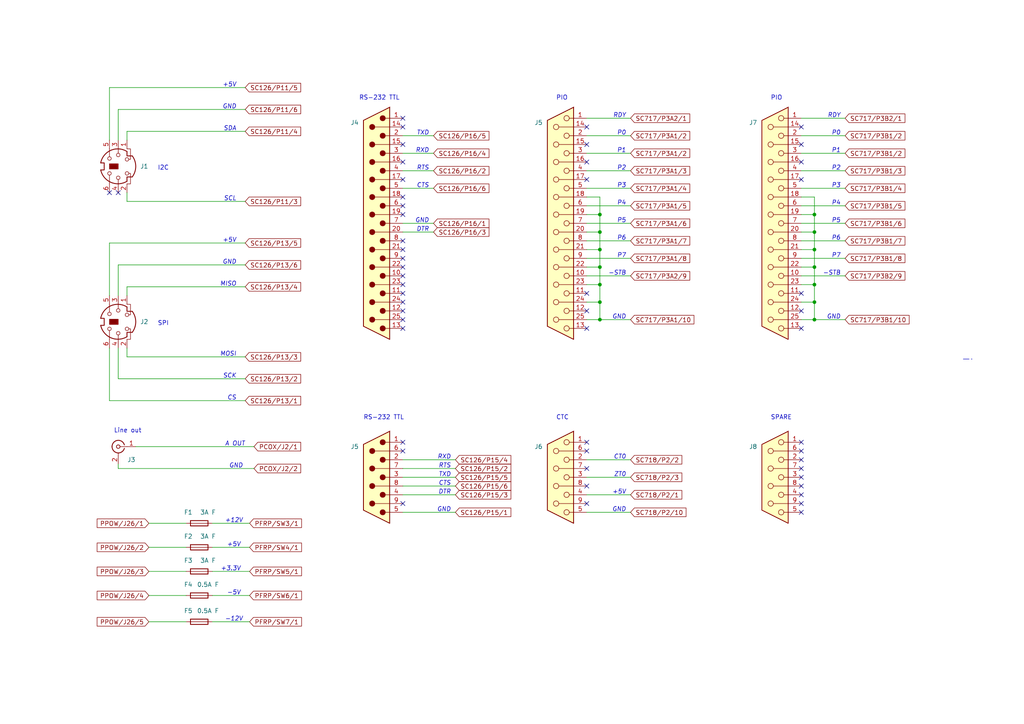
<source format=kicad_sch>
(kicad_sch (version 20211123) (generator eeschema)
  (paper "A4")
  (title_block (title "Back panel") (date "2025-11-15") (rev "1.0") (company "Pozsar Zsolt") (comment 1 "Zacchaeus Microcomputer"))
  (lib_symbols
    (symbol "Connector:Conn_Coaxial" (pin_names (offset 1.016) hide)
      (property "Reference" "J" (at 0.254 3.048 0))
      (property "Value" "Conn_Coaxial" (at 2.921 0 90))
      (symbol "Conn_Coaxial_0_1"
        (arc (start -1.778 -0.508) (mid 0.2311 -1.8066) (end 1.778 0) (stroke (width 0.254)))
        (polyline (pts (xy -2.54 0) (xy -0.508 0)))
        (polyline (pts (xy 0 -2.54) (xy 0 -1.778)))
        (circle (center 0 0) (radius 0.508) (stroke (width 0.2032)))
        (arc (start 1.778 0) (mid 0.2099 1.8101) (end -1.778 0.508) (stroke (width 0.254)))
      )
      (symbol "Conn_Coaxial_1_1"
        (pin passive line (at -5.08 0 0) (length 2.54) (name "In") (number "1"))
        (pin passive line (at 0 -5.08 90) (length 2.54) (name "Ext") (number "2"))
      )
    )
    (symbol "Connector:DB25_Female" (pin_names (offset 1.016) hide)
      (property "Reference" "J" (at 0 34.29 0))
      (property "Value" "DB25_Female" (at 0 -34.925 0))
      (symbol "DB25_Female_0_1"
        (circle (center -1.778 -30.48) (radius 0.762))
        (circle (center -1.778 -25.4) (radius 0.762))
        (circle (center -1.778 -20.32) (radius 0.762))
        (circle (center -1.778 -15.24) (radius 0.762))
        (circle (center -1.778 -10.16) (radius 0.762))
        (circle (center -1.778 -5.08) (radius 0.762))
        (circle (center -1.778 0) (radius 0.762))
        (circle (center -1.778 5.08) (radius 0.762))
        (circle (center -1.778 10.16) (radius 0.762))
        (circle (center -1.778 15.24) (radius 0.762))
        (circle (center -1.778 20.32) (radius 0.762))
        (circle (center -1.778 25.4) (radius 0.762))
        (circle (center -1.778 30.48) (radius 0.762))
        (polyline (pts (xy -3.81 -30.48) (xy -2.54 -30.48)))
        (polyline (pts (xy -3.81 -27.94) (xy 0.508 -27.94)))
        (polyline (pts (xy -3.81 -25.4) (xy -2.54 -25.4)))
        (polyline (pts (xy -3.81 -22.86) (xy 0.508 -22.86)))
        (polyline (pts (xy -3.81 -20.32) (xy -2.54 -20.32)))
        (polyline (pts (xy -3.81 -17.78) (xy 0.508 -17.78)))
        (polyline (pts (xy -3.81 -15.24) (xy -2.54 -15.24)))
        (polyline (pts (xy -3.81 -12.7) (xy 0.508 -12.7)))
        (polyline (pts (xy -3.81 -10.16) (xy -2.54 -10.16)))
        (polyline (pts (xy -3.81 -7.62) (xy 0.508 -7.62)))
        (polyline (pts (xy -3.81 -5.08) (xy -2.54 -5.08)))
        (polyline (pts (xy -3.81 -2.54) (xy 0.508 -2.54)))
        (polyline (pts (xy -3.81 0) (xy -2.54 0)))
        (polyline (pts (xy -3.81 2.54) (xy 0.508 2.54)))
        (polyline (pts (xy -3.81 5.08) (xy -2.54 5.08)))
        (polyline (pts (xy -3.81 7.62) (xy 0.508 7.62)))
        (polyline (pts (xy -3.81 10.16) (xy -2.54 10.16)))
        (polyline (pts (xy -3.81 12.7) (xy 0.508 12.7)))
        (polyline (pts (xy -3.81 15.24) (xy -2.54 15.24)))
        (polyline (pts (xy -3.81 17.78) (xy 0.508 17.78)))
        (polyline (pts (xy -3.81 20.32) (xy -2.54 20.32)))
        (polyline (pts (xy -3.81 22.86) (xy 0.508 22.86)))
        (polyline (pts (xy -3.81 25.4) (xy -2.54 25.4)))
        (polyline (pts (xy -3.81 27.94) (xy 0.508 27.94)))
        (polyline (pts (xy -3.81 30.48) (xy -2.54 30.48)))
        (polyline (pts (xy -3.81 33.655) (xy 3.81 29.845) (xy 3.81 -29.845) (xy -3.81 -33.655) (xy -3.81 33.655)) (stroke (width 0.254)) (fill (type background)))
        (circle (center 1.27 -27.94) (radius 0.762))
        (circle (center 1.27 -22.86) (radius 0.762))
        (circle (center 1.27 -17.78) (radius 0.762))
        (circle (center 1.27 -12.7) (radius 0.762))
        (circle (center 1.27 -7.62) (radius 0.762))
        (circle (center 1.27 -2.54) (radius 0.762))
        (circle (center 1.27 2.54) (radius 0.762))
        (circle (center 1.27 7.62) (radius 0.762))
        (circle (center 1.27 12.7) (radius 0.762))
        (circle (center 1.27 17.78) (radius 0.762))
        (circle (center 1.27 22.86) (radius 0.762))
        (circle (center 1.27 27.94) (radius 0.762))
      )
      (symbol "DB25_Female_1_1"
        (pin passive line (at -7.62 30.48 0) (length 3.81) (name "1") (number "1"))
        (pin passive line (at -7.62 -15.24 0) (length 3.81) (name "10") (number "10"))
        (pin passive line (at -7.62 -20.32 0) (length 3.81) (name "11") (number "11"))
        (pin passive line (at -7.62 -25.4 0) (length 3.81) (name "12") (number "12"))
        (pin passive line (at -7.62 -30.48 0) (length 3.81) (name "13") (number "13"))
        (pin passive line (at -7.62 27.94 0) (length 3.81) (name "P14") (number "14"))
        (pin passive line (at -7.62 22.86 0) (length 3.81) (name "P15") (number "15"))
        (pin passive line (at -7.62 17.78 0) (length 3.81) (name "P16") (number "16"))
        (pin passive line (at -7.62 12.7 0) (length 3.81) (name "P17") (number "17"))
        (pin passive line (at -7.62 7.62 0) (length 3.81) (name "P18") (number "18"))
        (pin passive line (at -7.62 2.54 0) (length 3.81) (name "P19") (number "19"))
        (pin passive line (at -7.62 25.4 0) (length 3.81) (name "2") (number "2"))
        (pin passive line (at -7.62 -2.54 0) (length 3.81) (name "P20") (number "20"))
        (pin passive line (at -7.62 -7.62 0) (length 3.81) (name "P21") (number "21"))
        (pin passive line (at -7.62 -12.7 0) (length 3.81) (name "P22") (number "22"))
        (pin passive line (at -7.62 -17.78 0) (length 3.81) (name "P23") (number "23"))
        (pin passive line (at -7.62 -22.86 0) (length 3.81) (name "P24") (number "24"))
        (pin passive line (at -7.62 -27.94 0) (length 3.81) (name "P25") (number "25"))
        (pin passive line (at -7.62 20.32 0) (length 3.81) (name "3") (number "3"))
        (pin passive line (at -7.62 15.24 0) (length 3.81) (name "4") (number "4"))
        (pin passive line (at -7.62 10.16 0) (length 3.81) (name "5") (number "5"))
        (pin passive line (at -7.62 5.08 0) (length 3.81) (name "6") (number "6"))
        (pin passive line (at -7.62 0 0) (length 3.81) (name "7") (number "7"))
        (pin passive line (at -7.62 -5.08 0) (length 3.81) (name "8") (number "8"))
        (pin passive line (at -7.62 -10.16 0) (length 3.81) (name "9") (number "9"))
      )
    )
    (symbol "Connector:DB25_Male" (pin_names (offset 1.016) hide)
      (property "Reference" "J" (at 0 34.29 0))
      (property "Value" "DB25_Male" (at 0 -34.925 0))
      (symbol "DB25_Male_0_1"
        (circle (center -1.778 -30.48) (radius 0.762) (fill (type outline)))
        (circle (center -1.778 -25.4) (radius 0.762) (fill (type outline)))
        (circle (center -1.778 -20.32) (radius 0.762) (fill (type outline)))
        (circle (center -1.778 -15.24) (radius 0.762) (fill (type outline)))
        (circle (center -1.778 -10.16) (radius 0.762) (fill (type outline)))
        (circle (center -1.778 -5.08) (radius 0.762) (fill (type outline)))
        (circle (center -1.778 0) (radius 0.762) (fill (type outline)))
        (circle (center -1.778 5.08) (radius 0.762) (fill (type outline)))
        (circle (center -1.778 10.16) (radius 0.762) (fill (type outline)))
        (circle (center -1.778 15.24) (radius 0.762) (fill (type outline)))
        (circle (center -1.778 20.32) (radius 0.762) (fill (type outline)))
        (circle (center -1.778 25.4) (radius 0.762) (fill (type outline)))
        (circle (center -1.778 30.48) (radius 0.762) (fill (type outline)))
        (polyline (pts (xy -3.81 -30.48) (xy -2.54 -30.48)))
        (polyline (pts (xy -3.81 -27.94) (xy 0.508 -27.94)))
        (polyline (pts (xy -3.81 -25.4) (xy -2.54 -25.4)))
        (polyline (pts (xy -3.81 -22.86) (xy 0.508 -22.86)))
        (polyline (pts (xy -3.81 -20.32) (xy -2.54 -20.32)))
        (polyline (pts (xy -3.81 -17.78) (xy 0.508 -17.78)))
        (polyline (pts (xy -3.81 -15.24) (xy -2.54 -15.24)))
        (polyline (pts (xy -3.81 -12.7) (xy 0.508 -12.7)))
        (polyline (pts (xy -3.81 -10.16) (xy -2.54 -10.16)))
        (polyline (pts (xy -3.81 -7.62) (xy 0.508 -7.62)))
        (polyline (pts (xy -3.81 -5.08) (xy -2.54 -5.08)))
        (polyline (pts (xy -3.81 -2.54) (xy 0.508 -2.54)))
        (polyline (pts (xy -3.81 0) (xy -2.54 0)))
        (polyline (pts (xy -3.81 2.54) (xy 0.508 2.54)))
        (polyline (pts (xy -3.81 5.08) (xy -2.54 5.08)))
        (polyline (pts (xy -3.81 7.62) (xy 0.508 7.62)))
        (polyline (pts (xy -3.81 10.16) (xy -2.54 10.16)))
        (polyline (pts (xy -3.81 12.7) (xy 0.508 12.7)))
        (polyline (pts (xy -3.81 15.24) (xy -2.54 15.24)))
        (polyline (pts (xy -3.81 17.78) (xy 0.508 17.78)))
        (polyline (pts (xy -3.81 20.32) (xy -2.54 20.32)))
        (polyline (pts (xy -3.81 22.86) (xy 0.508 22.86)))
        (polyline (pts (xy -3.81 25.4) (xy -2.54 25.4)))
        (polyline (pts (xy -3.81 27.94) (xy 0.508 27.94)))
        (polyline (pts (xy -3.81 30.48) (xy -2.54 30.48)))
        (polyline (pts (xy -3.81 -33.655) (xy 3.81 -29.845) (xy 3.81 29.845) (xy -3.81 33.655) (xy -3.81 -33.655)) (stroke (width 0.254)) (fill (type background)))
        (circle (center 1.27 -27.94) (radius 0.762) (fill (type outline)))
        (circle (center 1.27 -22.86) (radius 0.762) (fill (type outline)))
        (circle (center 1.27 -17.78) (radius 0.762) (fill (type outline)))
        (circle (center 1.27 -12.7) (radius 0.762) (fill (type outline)))
        (circle (center 1.27 -7.62) (radius 0.762) (fill (type outline)))
        (circle (center 1.27 -2.54) (radius 0.762) (fill (type outline)))
        (circle (center 1.27 2.54) (radius 0.762) (fill (type outline)))
        (circle (center 1.27 7.62) (radius 0.762) (fill (type outline)))
        (circle (center 1.27 12.7) (radius 0.762) (fill (type outline)))
        (circle (center 1.27 17.78) (radius 0.762) (fill (type outline)))
        (circle (center 1.27 22.86) (radius 0.762) (fill (type outline)))
        (circle (center 1.27 27.94) (radius 0.762) (fill (type outline)))
      )
      (symbol "DB25_Male_1_1"
        (pin passive line (at -7.62 -30.48 0) (length 3.81) (name "1") (number "1"))
        (pin passive line (at -7.62 15.24 0) (length 3.81) (name "10") (number "10"))
        (pin passive line (at -7.62 20.32 0) (length 3.81) (name "11") (number "11"))
        (pin passive line (at -7.62 25.4 0) (length 3.81) (name "12") (number "12"))
        (pin passive line (at -7.62 30.48 0) (length 3.81) (name "13") (number "13"))
        (pin passive line (at -7.62 -27.94 0) (length 3.81) (name "P14") (number "14"))
        (pin passive line (at -7.62 -22.86 0) (length 3.81) (name "P15") (number "15"))
        (pin passive line (at -7.62 -17.78 0) (length 3.81) (name "P16") (number "16"))
        (pin passive line (at -7.62 -12.7 0) (length 3.81) (name "P17") (number "17"))
        (pin passive line (at -7.62 -7.62 0) (length 3.81) (name "P18") (number "18"))
        (pin passive line (at -7.62 -2.54 0) (length 3.81) (name "P19") (number "19"))
        (pin passive line (at -7.62 -25.4 0) (length 3.81) (name "2") (number "2"))
        (pin passive line (at -7.62 2.54 0) (length 3.81) (name "P20") (number "20"))
        (pin passive line (at -7.62 7.62 0) (length 3.81) (name "P21") (number "21"))
        (pin passive line (at -7.62 12.7 0) (length 3.81) (name "P22") (number "22"))
        (pin passive line (at -7.62 17.78 0) (length 3.81) (name "P23") (number "23"))
        (pin passive line (at -7.62 22.86 0) (length 3.81) (name "P24") (number "24"))
        (pin passive line (at -7.62 27.94 0) (length 3.81) (name "P25") (number "25"))
        (pin passive line (at -7.62 -20.32 0) (length 3.81) (name "3") (number "3"))
        (pin passive line (at -7.62 -15.24 0) (length 3.81) (name "4") (number "4"))
        (pin passive line (at -7.62 -10.16 0) (length 3.81) (name "5") (number "5"))
        (pin passive line (at -7.62 -5.08 0) (length 3.81) (name "6") (number "6"))
        (pin passive line (at -7.62 0 0) (length 3.81) (name "7") (number "7"))
        (pin passive line (at -7.62 5.08 0) (length 3.81) (name "8") (number "8"))
        (pin passive line (at -7.62 10.16 0) (length 3.81) (name "9") (number "9"))
      )
    )
    (symbol "Connector:DB9_Female" (pin_names (offset 1.016) hide)
      (property "Reference" "J" (at 0 13.97 0))
      (property "Value" "DB9_Female" (at 0 -14.605 0))
      (symbol "DB9_Female_0_1"
        (circle (center -1.778 -10.16) (radius 0.762))
        (circle (center -1.778 -5.08) (radius 0.762))
        (circle (center -1.778 0) (radius 0.762))
        (circle (center -1.778 5.08) (radius 0.762))
        (circle (center -1.778 10.16) (radius 0.762))
        (polyline (pts (xy -3.81 -10.16) (xy -2.54 -10.16)))
        (polyline (pts (xy -3.81 -7.62) (xy 0.508 -7.62)))
        (polyline (pts (xy -3.81 -5.08) (xy -2.54 -5.08)))
        (polyline (pts (xy -3.81 -2.54) (xy 0.508 -2.54)))
        (polyline (pts (xy -3.81 0) (xy -2.54 0)))
        (polyline (pts (xy -3.81 2.54) (xy 0.508 2.54)))
        (polyline (pts (xy -3.81 5.08) (xy -2.54 5.08)))
        (polyline (pts (xy -3.81 7.62) (xy 0.508 7.62)))
        (polyline (pts (xy -3.81 10.16) (xy -2.54 10.16)))
        (polyline (pts (xy -3.81 13.335) (xy -3.81 -13.335) (xy 3.81 -9.525) (xy 3.81 9.525) (xy -3.81 13.335)) (stroke (width 0.254)) (fill (type background)))
        (circle (center 1.27 -7.62) (radius 0.762))
        (circle (center 1.27 -2.54) (radius 0.762))
        (circle (center 1.27 2.54) (radius 0.762))
        (circle (center 1.27 7.62) (radius 0.762))
      )
      (symbol "DB9_Female_1_1"
        (pin passive line (at -7.62 10.16 0) (length 3.81) (name "1") (number "1"))
        (pin passive line (at -7.62 5.08 0) (length 3.81) (name "2") (number "2"))
        (pin passive line (at -7.62 0 0) (length 3.81) (name "3") (number "3"))
        (pin passive line (at -7.62 -5.08 0) (length 3.81) (name "4") (number "4"))
        (pin passive line (at -7.62 -10.16 0) (length 3.81) (name "5") (number "5"))
        (pin passive line (at -7.62 7.62 0) (length 3.81) (name "6") (number "6"))
        (pin passive line (at -7.62 2.54 0) (length 3.81) (name "7") (number "7"))
        (pin passive line (at -7.62 -2.54 0) (length 3.81) (name "8") (number "8"))
        (pin passive line (at -7.62 -7.62 0) (length 3.81) (name "9") (number "9"))
      )
    )
    (symbol "Connector:DB9_Male" (pin_names (offset 1.016) hide)
      (property "Reference" "J" (at 0 13.97 0))
      (property "Value" "DB9_Male" (at 0 -14.605 0))
      (symbol "DB9_Male_0_1"
        (circle (center -1.778 -10.16) (radius 0.762) (fill (type outline)))
        (circle (center -1.778 -5.08) (radius 0.762) (fill (type outline)))
        (circle (center -1.778 0) (radius 0.762) (fill (type outline)))
        (circle (center -1.778 5.08) (radius 0.762) (fill (type outline)))
        (circle (center -1.778 10.16) (radius 0.762) (fill (type outline)))
        (polyline (pts (xy -3.81 -10.16) (xy -2.54 -10.16)))
        (polyline (pts (xy -3.81 -7.62) (xy 0.508 -7.62)))
        (polyline (pts (xy -3.81 -5.08) (xy -2.54 -5.08)))
        (polyline (pts (xy -3.81 -2.54) (xy 0.508 -2.54)))
        (polyline (pts (xy -3.81 0) (xy -2.54 0)))
        (polyline (pts (xy -3.81 2.54) (xy 0.508 2.54)))
        (polyline (pts (xy -3.81 5.08) (xy -2.54 5.08)))
        (polyline (pts (xy -3.81 7.62) (xy 0.508 7.62)))
        (polyline (pts (xy -3.81 10.16) (xy -2.54 10.16)))
        (polyline (pts (xy -3.81 -13.335) (xy -3.81 13.335) (xy 3.81 9.525) (xy 3.81 -9.525) (xy -3.81 -13.335)) (stroke (width 0.254)) (fill (type background)))
        (circle (center 1.27 -7.62) (radius 0.762) (fill (type outline)))
        (circle (center 1.27 -2.54) (radius 0.762) (fill (type outline)))
        (circle (center 1.27 2.54) (radius 0.762) (fill (type outline)))
        (circle (center 1.27 7.62) (radius 0.762) (fill (type outline)))
      )
      (symbol "DB9_Male_1_1"
        (pin passive line (at -7.62 -10.16 0) (length 3.81) (name "1") (number "1"))
        (pin passive line (at -7.62 -5.08 0) (length 3.81) (name "2") (number "2"))
        (pin passive line (at -7.62 0 0) (length 3.81) (name "3") (number "3"))
        (pin passive line (at -7.62 5.08 0) (length 3.81) (name "4") (number "4"))
        (pin passive line (at -7.62 10.16 0) (length 3.81) (name "5") (number "5"))
        (pin passive line (at -7.62 -7.62 0) (length 3.81) (name "6") (number "6"))
        (pin passive line (at -7.62 -2.54 0) (length 3.81) (name "7") (number "7"))
        (pin passive line (at -7.62 2.54 0) (length 3.81) (name "8") (number "8"))
        (pin passive line (at -7.62 7.62 0) (length 3.81) (name "9") (number "9"))
      )
    )
    (symbol "Connector:Mini-DIN-6" (pin_names (offset 1.016))
      (property "Reference" "J" (at 0 6.35 0))
      (property "Value" "Mini-DIN-6" (at 0 -6.35 0))
      (symbol "Mini-DIN-6_0_1"
        (circle (center -3.302 0) (radius 0.508))
        (arc (start -3.048 -4.064) (mid 0 -5.08) (end 3.048 -4.064) (stroke (width 0.254)))
        (circle (center -2.032 -2.54) (radius 0.508))
        (circle (center -2.032 2.54) (radius 0.508))
        (arc (start -1.016 5.08) (mid -4.6228 2.1214) (end -4.318 -2.54) (stroke (width 0.254)))
        (rectangle (start -0.762 2.54) (end 0.762 0) (fill (type outline)))
        (polyline (pts (xy -3.81 0) (xy -5.08 0)))
        (polyline (pts (xy -2.54 2.54) (xy -5.08 2.54)))
        (polyline (pts (xy 2.794 2.54) (xy 5.08 2.54)))
        (polyline (pts (xy 5.08 0) (xy 3.81 0)))
        (polyline (pts (xy -4.318 -2.54) (xy -3.048 -2.54) (xy -3.048 -4.064)) (stroke (width 0.254)))
        (polyline (pts (xy 4.318 -2.54) (xy 3.048 -2.54) (xy 3.048 -4.064)) (stroke (width 0.254)))
        (polyline (pts (xy -2.032 -3.048) (xy -2.032 -3.556) (xy -5.08 -3.556) (xy -5.08 -2.54)))
        (polyline (pts (xy -1.016 5.08) (xy -1.016 4.064) (xy 1.016 4.064) (xy 1.016 5.08)) (stroke (width 0.254)))
        (polyline (pts (xy 2.032 -3.048) (xy 2.032 -3.556) (xy 5.08 -3.556) (xy 5.08 -2.54)))
        (circle (center 2.032 -2.54) (radius 0.508))
        (circle (center 2.286 2.54) (radius 0.508))
        (circle (center 3.302 0) (radius 0.508))
        (arc (start 4.318 -2.54) (mid 4.6661 2.1322) (end 1.016 5.08) (stroke (width 0.254)))
      )
      (symbol "Mini-DIN-6_1_1"
        (pin passive line (at 7.62 -2.54 180) (length 2.54) (name "~") (number "1"))
        (pin passive line (at -7.62 -2.54 0) (length 2.54) (name "~") (number "2"))
        (pin passive line (at 7.62 0 180) (length 2.54) (name "~") (number "3"))
        (pin passive line (at -7.62 0 0) (length 2.54) (name "~") (number "4"))
        (pin passive line (at 7.62 2.54 180) (length 2.54) (name "~") (number "5"))
        (pin passive line (at -7.62 2.54 0) (length 2.54) (name "~") (number "6"))
      )
    )
    (symbol "Device:Fuse" (pin_numbers hide) (pin_names (offset 0))
      (property "Reference" "F" (at 2.032 0 90))
      (property "Value" "Fuse" (at -1.905 0 90))
      (symbol "Fuse_0_1"
        (rectangle (start -0.762 -2.54) (end 0.762 2.54) (stroke (width 0.254)))
        (polyline (pts (xy 0 2.54) (xy 0 -2.54)))
      )
      (symbol "Fuse_1_1"
        (pin passive line (at 0 3.81 270) (length 1.27) (name "~") (number "1"))
        (pin passive line (at 0 -3.81 90) (length 1.27) (name "~") (number "2"))
      )
    )
  )
  (junction (at 173.99 82.55))
  (junction (at 173.99 72.39))
  (junction (at 236.22 87.63))
  (junction (at 173.99 92.71))
  (junction (at 236.22 67.31))
  (junction (at 236.22 92.71))
  (junction (at 236.22 72.39))
  (junction (at 236.22 62.23))
  (junction (at 173.99 62.23))
  (junction (at 173.99 87.63))
  (junction (at 236.22 77.47))
  (junction (at 173.99 77.47))
  (junction (at 236.22 82.55))
  (junction (at 173.99 67.31))
  (no_connect (at 116.84 72.39))
  (no_connect (at 170.18 146.05))
  (no_connect (at 232.41 143.51))
  (no_connect (at 116.84 46.99))
  (no_connect (at 232.41 135.89))
  (no_connect (at 116.84 77.47))
  (no_connect (at 116.84 59.69))
  (no_connect (at 116.84 36.83))
  (no_connect (at 116.84 41.91))
  (no_connect (at 116.84 80.01))
  (no_connect (at 232.41 46.99))
  (no_connect (at 170.18 52.07))
  (no_connect (at 170.18 46.99))
  (no_connect (at 116.84 92.71))
  (no_connect (at 232.41 133.35))
  (no_connect (at 116.84 146.05))
  (no_connect (at 232.41 138.43))
  (no_connect (at 232.41 52.07))
  (no_connect (at 170.18 135.89))
  (no_connect (at 116.84 62.23))
  (no_connect (at 170.18 90.17))
  (no_connect (at 232.41 95.25))
  (no_connect (at 232.41 85.09))
  (no_connect (at 116.84 85.09))
  (no_connect (at 232.41 90.17))
  (no_connect (at 116.84 128.27))
  (no_connect (at 170.18 128.27))
  (no_connect (at 170.18 36.83))
  (no_connect (at 170.18 140.97))
  (no_connect (at 116.84 34.29))
  (no_connect (at 116.84 69.85))
  (no_connect (at 232.41 130.81))
  (no_connect (at 170.18 85.09))
  (no_connect (at 31.75 55.88))
  (no_connect (at 116.84 87.63))
  (no_connect (at 232.41 148.59))
  (no_connect (at 116.84 130.81))
  (no_connect (at 232.41 140.97))
  (no_connect (at 116.84 52.07))
  (no_connect (at 34.29 55.88))
  (no_connect (at 116.84 74.93))
  (no_connect (at 232.41 128.27))
  (no_connect (at 232.41 146.05))
  (no_connect (at 116.84 82.55))
  (no_connect (at 116.84 90.17))
  (no_connect (at 116.84 95.25))
  (no_connect (at 170.18 95.25))
  (no_connect (at 232.41 41.91))
  (no_connect (at 232.41 36.83))
  (no_connect (at 170.18 41.91))
  (no_connect (at 170.18 130.81))
  (no_connect (at 116.84 57.15))
  (wire (pts (xy 232.41 69.85) (xy 245.11 69.85)))
  (wire (pts (xy 170.18 69.85) (xy 182.88 69.85)))
  (wire (pts (xy 232.41 44.45) (xy 245.11 44.45)))
  (wire (pts (xy 71.12 103.505) (xy 36.83 103.505)))
  (wire (pts (xy 31.75 70.485) (xy 71.12 70.485)))
  (wire (pts (xy 232.41 67.31) (xy 236.22 67.31)))
  (wire (pts (xy 170.18 77.47) (xy 173.99 77.47)))
  (wire (pts (xy 236.22 87.63) (xy 236.22 82.55)))
  (wire (pts (xy 170.18 82.55) (xy 173.99 82.55)))
  (wire (pts (xy 116.84 39.37) (xy 125.73 39.37)))
  (wire (pts (xy 232.41 62.23) (xy 236.22 62.23)))
  (wire (pts (xy 116.84 44.45) (xy 125.73 44.45)))
  (wire (pts (xy 43.18 165.735) (xy 53.975 165.735)))
  (wire (pts (xy 71.12 76.835) (xy 34.29 76.835)))
  (wire (pts (xy 173.99 62.23) (xy 173.99 57.15)))
  (wire (pts (xy 61.595 165.735) (xy 72.39 165.735)))
  (wire (pts (xy 170.18 44.45) (xy 182.88 44.45)))
  (wire (pts (xy 236.22 67.31) (xy 236.22 62.23)))
  (wire (pts (xy 170.18 87.63) (xy 173.99 87.63)))
  (wire (pts (xy 232.41 77.47) (xy 236.22 77.47)))
  (wire (pts (xy 71.12 116.205) (xy 31.75 116.205)))
  (wire (pts (xy 170.18 49.53) (xy 182.88 49.53)))
  (wire (pts (xy 116.84 54.61) (xy 125.73 54.61)))
  (wire (pts (xy 236.22 92.71) (xy 236.22 87.63)))
  (wire (pts (xy 232.41 82.55) (xy 236.22 82.55)))
  (wire (pts (xy 71.12 58.42) (xy 36.83 58.42)))
  (wire (pts (xy 236.22 57.15) (xy 232.41 57.15)))
  (wire (pts (xy 36.83 58.42) (xy 36.83 55.88)))
  (wire (pts (xy 232.41 49.53) (xy 245.11 49.53)))
  (wire (pts (xy 31.75 25.4) (xy 71.12 25.4)))
  (wire (pts (xy 232.41 64.77) (xy 245.11 64.77)))
  (wire (pts (xy 116.84 67.31) (xy 125.73 67.31)))
  (wire (pts (xy 232.41 34.29) (xy 245.11 34.29)))
  (wire (pts (xy 232.41 87.63) (xy 236.22 87.63)))
  (wire (pts (xy 34.29 100.965) (xy 34.29 109.855)))
  (wire (pts (xy 73.66 135.89) (xy 34.29 135.89)))
  (wire (pts (xy 170.18 138.43) (xy 182.88 138.43)))
  (wire (pts (xy 170.18 67.31) (xy 173.99 67.31)))
  (wire (pts (xy 232.41 59.69) (xy 245.11 59.69)))
  (wire (pts (xy 36.83 83.185) (xy 71.12 83.185)))
  (wire (pts (xy 43.18 180.34) (xy 53.975 180.34)))
  (wire (pts (xy 170.18 148.59) (xy 182.88 148.59)))
  (wire (pts (xy 170.18 54.61) (xy 182.88 54.61)))
  (wire (pts (xy 173.99 82.55) (xy 173.99 77.47)))
  (wire (pts (xy 170.18 62.23) (xy 173.99 62.23)))
  (wire (pts (xy 170.18 133.35) (xy 182.88 133.35)))
  (wire (pts (xy 116.84 49.53) (xy 125.73 49.53)))
  (wire (pts (xy 31.75 40.64) (xy 31.75 25.4)))
  (wire (pts (xy 116.84 138.43) (xy 132.08 138.43)))
  (wire (pts (xy 34.29 109.855) (xy 71.12 109.855)))
  (wire (pts (xy 232.41 54.61) (xy 245.11 54.61)))
  (wire (pts (xy 170.18 39.37) (xy 182.88 39.37)))
  (wire (pts (xy 116.84 133.35) (xy 132.08 133.35)))
  (wire (pts (xy 236.22 82.55) (xy 236.22 77.47)))
  (wire (pts (xy 43.18 172.72) (xy 53.975 172.72)))
  (wire (pts (xy 34.29 31.75) (xy 34.29 40.64)))
  (wire (pts (xy 170.18 143.51) (xy 182.88 143.51)))
  (wire (pts (xy 36.83 103.505) (xy 36.83 100.965)))
  (wire (pts (xy 173.99 87.63) (xy 173.99 82.55)))
  (wire (pts (xy 116.84 148.59) (xy 132.08 148.59)))
  (wire (pts (xy 236.22 77.47) (xy 236.22 72.39)))
  (wire (pts (xy 61.595 151.765) (xy 72.39 151.765)))
  (wire (pts (xy 31.75 116.205) (xy 31.75 100.965)))
  (wire (pts (xy 170.18 64.77) (xy 182.88 64.77)))
  (wire (pts (xy 43.18 158.75) (xy 53.975 158.75)))
  (wire (pts (xy 36.83 85.725) (xy 36.83 83.185)))
  (wire (pts (xy 116.84 140.97) (xy 132.08 140.97)))
  (wire (pts (xy 61.595 172.72) (xy 72.39 172.72)))
  (wire (pts (xy 232.41 39.37) (xy 245.11 39.37)))
  (wire (pts (xy 173.99 92.71) (xy 182.88 92.71)))
  (wire (pts (xy 232.41 80.01) (xy 245.11 80.01)))
  (wire (pts (xy 173.99 67.31) (xy 173.99 62.23)))
  (wire (pts (xy 173.99 72.39) (xy 173.99 67.31)))
  (wire (pts (xy 34.29 135.89) (xy 34.29 134.62)))
  (wire (pts (xy 36.83 38.1) (xy 71.12 38.1)))
  (wire (pts (xy 170.18 72.39) (xy 173.99 72.39)))
  (wire (pts (xy 170.18 59.69) (xy 182.88 59.69)))
  (polyline (pts (xy 279.4 104.14) (xy 281.94 104.14)))
  (wire (pts (xy 116.84 135.89) (xy 132.08 135.89)))
  (wire (pts (xy 170.18 92.71) (xy 173.99 92.71)))
  (wire (pts (xy 232.41 92.71) (xy 236.22 92.71)))
  (wire (pts (xy 170.18 80.01) (xy 182.88 80.01)))
  (wire (pts (xy 170.18 34.29) (xy 182.88 34.29)))
  (wire (pts (xy 116.84 143.51) (xy 132.08 143.51)))
  (wire (pts (xy 173.99 92.71) (xy 173.99 87.63)))
  (wire (pts (xy 61.595 180.34) (xy 72.39 180.34)))
  (wire (pts (xy 173.99 57.15) (xy 170.18 57.15)))
  (wire (pts (xy 36.83 40.64) (xy 36.83 38.1)))
  (wire (pts (xy 232.41 74.93) (xy 245.11 74.93)))
  (wire (pts (xy 71.12 31.75) (xy 34.29 31.75)))
  (wire (pts (xy 43.18 151.765) (xy 53.975 151.765)))
  (wire (pts (xy 232.41 72.39) (xy 236.22 72.39)))
  (wire (pts (xy 61.595 158.75) (xy 72.39 158.75)))
  (wire (pts (xy 39.37 129.54) (xy 73.66 129.54)))
  (wire (pts (xy 116.84 64.77) (xy 125.73 64.77)))
  (wire (pts (xy 34.29 76.835) (xy 34.29 85.725)))
  (wire (pts (xy 236.22 72.39) (xy 236.22 67.31)))
  (wire (pts (xy 173.99 77.47) (xy 173.99 72.39)))
  (wire (pts (xy 236.22 92.71) (xy 245.11 92.71)))
  (wire (pts (xy 236.22 62.23) (xy 236.22 57.15)))
  (wire (pts (xy 170.18 74.93) (xy 182.88 74.93)))
  (wire (pts (xy 31.75 85.725) (xy 31.75 70.485)))
  (text "GND" (at 181.61 92.71 180) (effects (font (size 1.27 1.27) italic) (justify right bottom)))
  (text "GND" (at 124.46 64.77 180) (effects (font (size 1.27 1.27) italic) (justify right bottom)))
  (text "P1" (at 243.84 44.45 180) (effects (font (size 1.27 1.27) italic) (justify right bottom)))
  (text "DTR" (at 124.46 67.31 180) (effects (font (size 1.27 1.27) italic) (justify right bottom)))
  (text "DTR" (at 130.81 143.51 180) (effects (font (size 1.27 1.27) italic) (justify right bottom)))
  (text "P2" (at 243.84 49.53 180) (effects (font (size 1.27 1.27) italic) (justify right bottom)))
  (text "MOSI" (at 68.58 103.505 180) (effects (font (size 1.27 1.27) italic) (justify right bottom)))
  (text "SPARE" (at 223.52 121.92 0) (effects (font (size 1.27 1.27)) (justify left bottom)))
  (text "RDY" (at 181.61 34.29 180) (effects (font (size 1.27 1.27) italic) (justify right bottom)))
  (text "RTS" (at 124.46 49.53 180) (effects (font (size 1.27 1.27) italic) (justify right bottom)))
  (text "PIO" (at 161.29 29.21 0) (effects (font (size 1.27 1.27)) (justify left bottom)))
  (text "P7" (at 243.84 74.93 180) (effects (font (size 1.27 1.27) italic) (justify right bottom)))
  (text "RDY" (at 243.84 34.29 180) (effects (font (size 1.27 1.27) italic) (justify right bottom)))
  (text "SCL" (at 68.58 58.42 180) (effects (font (size 1.27 1.27) italic) (justify right bottom)))
  (text "-5V" (at 69.85 172.72 180) (effects (font (size 1.27 1.27) italic) (justify right bottom)))
  (text "GND" (at 70.485 135.89 180) (effects (font (size 1.27 1.27) italic) (justify right bottom)))
  (text "GND" (at 130.81 148.59 180) (effects (font (size 1.27 1.27) italic) (justify right bottom)))
  (text "+3.3V" (at 69.85 165.735 180) (effects (font (size 1.27 1.27) italic) (justify right bottom)))
  (text "P2" (at 181.61 49.53 180) (effects (font (size 1.27 1.27) italic) (justify right bottom)))
  (text "MISO" (at 68.58 83.185 180) (effects (font (size 1.27 1.27) italic) (justify right bottom)))
  (text "Line out" (at 33.02 125.73 0) (effects (font (size 1.27 1.27)) (justify left bottom)))
  (text "P6" (at 243.84 69.85 180) (effects (font (size 1.27 1.27) italic) (justify right bottom)))
  (text "+12V" (at 70.485 151.765 180) (effects (font (size 1.27 1.27) italic) (justify right bottom)))
  (text "RXD" (at 130.81 133.35 180) (effects (font (size 1.27 1.27) italic) (justify right bottom)))
  (text "CS" (at 68.58 116.205 180) (effects (font (size 1.27 1.27) italic) (justify right bottom)))
  (text "GND" (at 68.58 76.835 180) (effects (font (size 1.27 1.27) italic) (justify right bottom)))
  (text "CT0" (at 181.61 133.35 180) (effects (font (size 1.27 1.27) italic) (justify right bottom)))
  (text "P0" (at 181.61 39.37 180) (effects (font (size 1.27 1.27) italic) (justify right bottom)))
  (text "TXD" (at 130.81 138.43 180) (effects (font (size 1.27 1.27) italic) (justify right bottom)))
  (text "RS-232 TTL" (at 105.41 121.92 0) (effects (font (size 1.27 1.27)) (justify left bottom)))
  (text "I2C" (at 45.72 49.53 0) (effects (font (size 1.27 1.27)) (justify left bottom)))
  (text "A OUT" (at 71.12 129.54 180) (effects (font (size 1.27 1.27) italic) (justify right bottom)))
  (text "CTS" (at 124.46 54.61 180) (effects (font (size 1.27 1.27) italic) (justify right bottom)))
  (text "P5" (at 243.84 64.77 180) (effects (font (size 1.27 1.27) italic) (justify right bottom)))
  (text "P3" (at 243.84 54.61 180) (effects (font (size 1.27 1.27) italic) (justify right bottom)))
  (text "+5V" (at 68.58 70.485 180) (effects (font (size 1.27 1.27) italic) (justify right bottom)))
  (text "PIO" (at 223.52 29.21 0) (effects (font (size 1.27 1.27)) (justify left bottom)))
  (text "-STB" (at 181.61 80.01 180) (effects (font (size 1.27 1.27) italic) (justify right bottom)))
  (text "P4" (at 243.84 59.69 180) (effects (font (size 1.27 1.27) italic) (justify right bottom)))
  (text "ZT0" (at 181.61 138.43 180) (effects (font (size 1.27 1.27) italic) (justify right bottom)))
  (text "GND" (at 181.61 148.59 180) (effects (font (size 1.27 1.27) italic) (justify right bottom)))
  (text "-STB" (at 243.84 80.01 180) (effects (font (size 1.27 1.27) italic) (justify right bottom)))
  (text "RXD" (at 124.46 44.45 180) (effects (font (size 1.27 1.27) italic) (justify right bottom)))
  (text "+5V" (at 69.85 158.75 180) (effects (font (size 1.27 1.27) italic) (justify right bottom)))
  (text "P0" (at 243.84 39.37 180) (effects (font (size 1.27 1.27) italic) (justify right bottom)))
  (text "-12V" (at 70.485 180.34 180) (effects (font (size 1.27 1.27) italic) (justify right bottom)))
  (text "CTC" (at 161.29 121.92 0) (effects (font (size 1.27 1.27)) (justify left bottom)))
  (text "P1" (at 181.61 44.45 180) (effects (font (size 1.27 1.27) italic) (justify right bottom)))
  (text "P6" (at 181.61 69.85 180) (effects (font (size 1.27 1.27) italic) (justify right bottom)))
  (text "P3" (at 181.61 54.61 180) (effects (font (size 1.27 1.27) italic) (justify right bottom)))
  (text "P4" (at 181.61 59.69 180) (effects (font (size 1.27 1.27) italic) (justify right bottom)))
  (text "RTS" (at 130.81 135.89 180) (effects (font (size 1.27 1.27) italic) (justify right bottom)))
  (text "SPI" (at 45.72 94.615 0) (effects (font (size 1.27 1.27)) (justify left bottom)))
  (text "SDA" (at 68.58 38.1 180) (effects (font (size 1.27 1.27) italic) (justify right bottom)))
  (text "TXD" (at 124.46 39.37 180) (effects (font (size 1.27 1.27) italic) (justify right bottom)))
  (text "SCK" (at 68.58 109.855 180) (effects (font (size 1.27 1.27) italic) (justify right bottom)))
  (text "+5V" (at 68.58 25.4 180) (effects (font (size 1.27 1.27) italic) (justify right bottom)))
  (text "+5V" (at 181.61 143.51 180) (effects (font (size 1.27 1.27) italic) (justify right bottom)))
  (text "GND" (at 243.84 92.71 180) (effects (font (size 1.27 1.27) italic) (justify right bottom)))
  (text "RS-232 TTL" (at 104.14 29.21 0) (effects (font (size 1.27 1.27)) (justify left bottom)))
  (text "CTS" (at 130.81 140.97 180) (effects (font (size 1.27 1.27) italic) (justify right bottom)))
  (text "P5" (at 181.61 64.77 180) (effects (font (size 1.27 1.27) italic) (justify right bottom)))
  (text "P7" (at 181.61 74.93 180) (effects (font (size 1.27 1.27) italic) (justify right bottom)))
  (text "GND" (at 68.58 31.75 180) (effects (font (size 1.27 1.27) italic) (justify right bottom)))
  (global_label "SC717{slash}P3A2{slash}1" (shape input) (at 182.88 34.29 0) (property "Intersheet References" "${INTERSHEET_REFS}" (effects hide)))
  (global_label "SC717{slash}P3B1{slash}3" (shape input) (at 245.11 49.53 0) (property "Intersheet References" "${INTERSHEET_REFS}" (effects hide)))
  (global_label "SC717{slash}P3B1{slash}4" (shape input) (at 245.11 54.61 0) (property "Intersheet References" "${INTERSHEET_REFS}" (effects hide)))
  (global_label "PPOW{slash}J26{slash}3" (shape input) (at 43.18 165.735 180) (property "Intersheet References" "${INTERSHEET_REFS}" (effects hide)))
  (global_label "SC717{slash}P3B2{slash}9" (shape input) (at 245.11 80.01 0) (property "Intersheet References" "${INTERSHEET_REFS}" (effects hide)))
  (global_label "SC126{slash}P15{slash}2" (shape input) (at 132.08 135.89 0) (property "Intersheet References" "${INTERSHEET_REFS}" (effects hide)))
  (global_label "SC126{slash}P16{slash}5" (shape input) (at 125.73 39.37 0) (property "Intersheet References" "${INTERSHEET_REFS}" (effects hide)))
  (global_label "SC717{slash}P3A1{slash}4" (shape input) (at 182.88 54.61 0) (property "Intersheet References" "${INTERSHEET_REFS}" (effects hide)))
  (global_label "SC126{slash}P13{slash}1" (shape input) (at 71.12 116.205 0) (property "Intersheet References" "${INTERSHEET_REFS}" (effects hide)))
  (global_label "SC717{slash}P3B1{slash}2" (shape input) (at 245.11 39.37 0) (property "Intersheet References" "${INTERSHEET_REFS}" (effects hide)))
  (global_label "SC717{slash}P3A1{slash}10" (shape input) (at 182.88 92.71 0) (property "Intersheet References" "${INTERSHEET_REFS}" (effects hide)))
  (global_label "SC126{slash}P16{slash}4" (shape input) (at 125.73 44.45 0) (property "Intersheet References" "${INTERSHEET_REFS}" (effects hide)))
  (global_label "SC717{slash}P3B1{slash}6" (shape input) (at 245.11 64.77 0) (property "Intersheet References" "${INTERSHEET_REFS}" (effects hide)))
  (global_label "SC126{slash}P11{slash}3" (shape input) (at 71.12 58.42 0) (property "Intersheet References" "${INTERSHEET_REFS}" (effects hide)))
  (global_label "SC717{slash}P3B2{slash}1" (shape input) (at 245.11 34.29 0) (property "Intersheet References" "${INTERSHEET_REFS}" (effects hide)))
  (global_label "PPOW{slash}J26{slash}5" (shape input) (at 43.18 180.34 180) (property "Intersheet References" "${INTERSHEET_REFS}" (effects hide)))
  (global_label "SC126{slash}P15{slash}5" (shape input) (at 132.08 138.43 0) (property "Intersheet References" "${INTERSHEET_REFS}" (effects hide)))
  (global_label "SC126{slash}P13{slash}2" (shape input) (at 71.12 109.855 0) (property "Intersheet References" "${INTERSHEET_REFS}" (effects hide)))
  (global_label "SC718{slash}P2{slash}1" (shape input) (at 182.88 143.51 0) (property "Intersheet References" "${INTERSHEET_REFS}" (effects hide)))
  (global_label "PCOX{slash}J2{slash}1" (shape input) (at 73.66 129.54 0) (property "Intersheet References" "${INTERSHEET_REFS}" (effects hide)))
  (global_label "PPOW{slash}J26{slash}1" (shape input) (at 43.18 151.765 180) (property "Intersheet References" "${INTERSHEET_REFS}" (effects hide)))
  (global_label "SC126{slash}P16{slash}3" (shape input) (at 125.73 67.31 0) (property "Intersheet References" "${INTERSHEET_REFS}" (effects hide)))
  (global_label "SC126{slash}P16{slash}6" (shape input) (at 125.73 54.61 0) (property "Intersheet References" "${INTERSHEET_REFS}" (effects hide)))
  (global_label "SC126{slash}P11{slash}6" (shape input) (at 71.12 31.75 0) (property "Intersheet References" "${INTERSHEET_REFS}" (effects hide)))
  (global_label "PFRP{slash}SW6{slash}1" (shape input) (at 72.39 172.72 0) (property "Intersheet References" "${INTERSHEET_REFS}" (effects hide)))
  (global_label "PFRP{slash}SW3{slash}1" (shape input) (at 72.39 151.765 0) (property "Intersheet References" "${INTERSHEET_REFS}" (effects hide)))
  (global_label "SC717{slash}P3B1{slash}2" (shape input) (at 245.11 44.45 0) (property "Intersheet References" "${INTERSHEET_REFS}" (effects hide)))
  (global_label "SC126{slash}P11{slash}5" (shape input) (at 71.12 25.4 0) (property "Intersheet References" "${INTERSHEET_REFS}" (effects hide)))
  (global_label "SC126{slash}P13{slash}5" (shape input) (at 71.12 70.485 0) (property "Intersheet References" "${INTERSHEET_REFS}" (effects hide)))
  (global_label "SC718{slash}P2{slash}10" (shape input) (at 182.88 148.59 0) (property "Intersheet References" "${INTERSHEET_REFS}" (effects hide)))
  (global_label "SC126{slash}P15{slash}4" (shape input) (at 132.08 133.35 0) (property "Intersheet References" "${INTERSHEET_REFS}" (effects hide)))
  (global_label "PPOW{slash}J26{slash}2" (shape input) (at 43.18 158.75 180) (property "Intersheet References" "${INTERSHEET_REFS}" (effects hide)))
  (global_label "SC126{slash}P11{slash}4" (shape input) (at 71.12 38.1 0) (property "Intersheet References" "${INTERSHEET_REFS}" (effects hide)))
  (global_label "SC717{slash}P3A1{slash}2" (shape input) (at 182.88 39.37 0) (property "Intersheet References" "${INTERSHEET_REFS}" (effects hide)))
  (global_label "SC126{slash}P16{slash}2" (shape input) (at 125.73 49.53 0) (property "Intersheet References" "${INTERSHEET_REFS}" (effects hide)))
  (global_label "SC717{slash}P3A1{slash}7" (shape input) (at 182.88 69.85 0) (property "Intersheet References" "${INTERSHEET_REFS}" (effects hide)))
  (global_label "SC126{slash}P15{slash}1" (shape input) (at 132.08 148.59 0) (property "Intersheet References" "${INTERSHEET_REFS}" (effects hide)))
  (global_label "SC718{slash}P2{slash}2" (shape input) (at 182.88 133.35 0) (property "Intersheet References" "${INTERSHEET_REFS}" (effects hide)))
  (global_label "SC126{slash}P13{slash}3" (shape input) (at 71.12 103.505 0) (property "Intersheet References" "${INTERSHEET_REFS}" (effects hide)))
  (global_label "SC717{slash}P3A1{slash}6" (shape input) (at 182.88 64.77 0) (property "Intersheet References" "${INTERSHEET_REFS}" (effects hide)))
  (global_label "SC717{slash}P3A1{slash}5" (shape input) (at 182.88 59.69 0) (property "Intersheet References" "${INTERSHEET_REFS}" (effects hide)))
  (global_label "PFRP{slash}SW4{slash}1" (shape input) (at 72.39 158.75 0) (property "Intersheet References" "${INTERSHEET_REFS}" (effects hide)))
  (global_label "PPOW{slash}J26{slash}4" (shape input) (at 43.18 172.72 180) (property "Intersheet References" "${INTERSHEET_REFS}" (effects hide)))
  (global_label "SC717{slash}P3B1{slash}8" (shape input) (at 245.11 74.93 0) (property "Intersheet References" "${INTERSHEET_REFS}" (effects hide)))
  (global_label "SC717{slash}P3B1{slash}5" (shape input) (at 245.11 59.69 0) (property "Intersheet References" "${INTERSHEET_REFS}" (effects hide)))
  (global_label "SC717{slash}P3A1{slash}8" (shape input) (at 182.88 74.93 0) (property "Intersheet References" "${INTERSHEET_REFS}" (effects hide)))
  (global_label "PFRP{slash}SW5{slash}1" (shape input) (at 72.39 165.735 0) (property "Intersheet References" "${INTERSHEET_REFS}" (effects hide)))
  (global_label "SC717{slash}P3A1{slash}2" (shape input) (at 182.88 44.45 0) (property "Intersheet References" "${INTERSHEET_REFS}" (effects hide)))
  (global_label "SC126{slash}P15{slash}3" (shape input) (at 132.08 143.51 0) (property "Intersheet References" "${INTERSHEET_REFS}" (effects hide)))
  (global_label "SC717{slash}P3A2{slash}9" (shape input) (at 182.88 80.01 0) (property "Intersheet References" "${INTERSHEET_REFS}" (effects hide)))
  (global_label "SC126{slash}P13{slash}4" (shape input) (at 71.12 83.185 0) (property "Intersheet References" "${INTERSHEET_REFS}" (effects hide)))
  (global_label "SC717{slash}P3B1{slash}10" (shape input) (at 245.11 92.71 0) (property "Intersheet References" "${INTERSHEET_REFS}" (effects hide)))
  (global_label "SC718{slash}P2{slash}3" (shape input) (at 182.88 138.43 0) (property "Intersheet References" "${INTERSHEET_REFS}" (effects hide)))
  (global_label "SC126{slash}P16{slash}1" (shape input) (at 125.73 64.77 0) (property "Intersheet References" "${INTERSHEET_REFS}" (effects hide)))
  (global_label "PCOX{slash}J2{slash}2" (shape input) (at 73.66 135.89 0) (property "Intersheet References" "${INTERSHEET_REFS}" (effects hide)))
  (global_label "SC126{slash}P13{slash}6" (shape input) (at 71.12 76.835 0) (property "Intersheet References" "${INTERSHEET_REFS}" (effects hide)))
  (global_label "SC717{slash}P3A1{slash}3" (shape input) (at 182.88 49.53 0) (property "Intersheet References" "${INTERSHEET_REFS}" (effects hide)))
  (global_label "SC717{slash}P3B1{slash}7" (shape input) (at 245.11 69.85 0) (property "Intersheet References" "${INTERSHEET_REFS}" (effects hide)))
  (global_label "SC126{slash}P15{slash}6" (shape input) (at 132.08 140.97 0) (property "Intersheet References" "${INTERSHEET_REFS}" (effects hide)))
  (global_label "PFRP{slash}SW7{slash}1" (shape input) (at 72.39 180.34 0) (property "Intersheet References" "${INTERSHEET_REFS}" (effects hide)))
  (symbol (lib_id "Device:Fuse") (at 57.785 165.735 90) (unit 1)
    (property "Reference" "F3" (at 54.61 162.56 90))
    (property "Value" "3A F" (at 60.325 162.56 90))
  )
  (symbol (lib_id "Connector:DB25_Male") (at 109.22 64.77 180) (unit 1)
    (property "Reference" "J4" (at 102.87 35.56 0))
    (property "Value" "DB25_Male" (effects hide))
    (property "Datasheet" " ~" (effects hide))
  )
  (symbol (lib_id "Connector:DB9_Male") (at 109.22 138.43 180) (unit 1)
    (property "Reference" "J5" (at 102.87 129.54 0))
    (property "Value" "DB9_Male" (effects hide))
    (property "Datasheet" " ~" (effects hide))
  )
  (symbol (lib_id "Device:Fuse") (at 57.785 172.72 90) (unit 1)
    (property "Reference" "F4" (at 54.61 169.545 90))
    (property "Value" "0.5A F" (at 60.325 169.545 90))
  )
  (symbol (lib_id "Connector:Mini-DIN-6") (at 34.29 48.26 90) (unit 1)
    (property "Reference" "J1" (at 40.64 48.2421 90) (effects (justify right)))
    (property "Value" "Mini-DIN-6" (effects hide))
    (property "Datasheet" "http://service.powerdynamics.com/ec/Catalog17/Section%2011.pdf" (effects hide))
  )
  (symbol (lib_id "Connector:DB25_Female") (at 162.56 64.77 0) (mirror y) (unit 1)
    (property "Reference" "J5" (at 156.21 35.56 0))
    (property "Value" "DB25_Female" (effects hide))
    (property "Datasheet" " ~" (effects hide))
  )
  (symbol (lib_id "Connector:Conn_Coaxial") (at 34.29 129.54 0) (mirror y) (unit 1)
    (property "Reference" "J3" (at 38.1 133.35 0))
    (property "Value" "RCA" (effects hide))
    (property "Datasheet" " ~" (effects hide))
  )
  (symbol (lib_id "Connector:DB9_Female") (at 162.56 138.43 0) (mirror y) (unit 1)
    (property "Reference" "J6" (at 156.21 129.54 0))
    (property "Value" "DB9_Female" (effects hide))
    (property "Datasheet" " ~" (effects hide))
  )
  (symbol (lib_id "Connector:Mini-DIN-6") (at 34.29 93.345 90) (unit 1)
    (property "Reference" "J2" (at 40.64 93.3271 90) (effects (justify right)))
    (property "Value" "Mini-DIN-6" (effects hide))
    (property "Datasheet" "http://service.powerdynamics.com/ec/Catalog17/Section%2011.pdf" (effects hide))
  )
  (symbol (lib_id "Device:Fuse") (at 57.785 151.765 90) (unit 1)
    (property "Reference" "F1" (at 54.61 148.59 90))
    (property "Value" "3A F" (at 60.325 148.59 90))
  )
  (symbol (lib_id "Connector:DB25_Female") (at 224.79 64.77 0) (mirror y) (unit 1)
    (property "Reference" "J7" (at 218.44 35.56 0))
    (property "Value" "DB25_Female" (effects hide))
    (property "Datasheet" " ~" (effects hide))
  )
  (symbol (lib_id "Device:Fuse") (at 57.785 158.75 90) (unit 1)
    (property "Reference" "F2" (at 54.61 155.575 90))
    (property "Value" "3A F" (at 60.325 155.575 90))
  )
  (symbol (lib_id "Connector:DB9_Female") (at 224.79 138.43 0) (mirror y) (unit 1)
    (property "Reference" "J8" (at 218.44 129.54 0))
    (property "Value" "DB9_Female" (effects hide))
    (property "Datasheet" " ~" (effects hide))
  )
  (symbol (lib_id "Device:Fuse") (at 57.785 180.34 90) (unit 1)
    (property "Reference" "F5" (at 54.61 177.165 90))
    (property "Value" "0.5A F" (at 60.325 177.165 90))
  )
)
</source>
